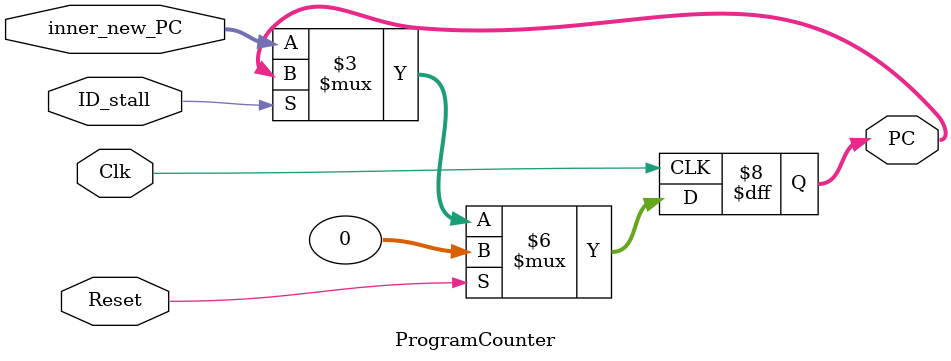
<source format=v>
`timescale 1ns / 1ps
`default_nettype none

module ProgramCounter(inner_new_PC, PC, Reset, Clk, ID_stall);

	input [31:0] inner_new_PC;
	input wire Reset, Clk, ID_stall;

	//(* mark_debug = "true" *)
	output reg [31:0] PC;
	
	always @(posedge Clk) begin
	   
      if(Reset)begin
         PC <= 32'b0;
      end
      else begin
          if(!ID_stall) begin
            PC <= inner_new_PC;
          end
       end
   end

endmodule


</source>
